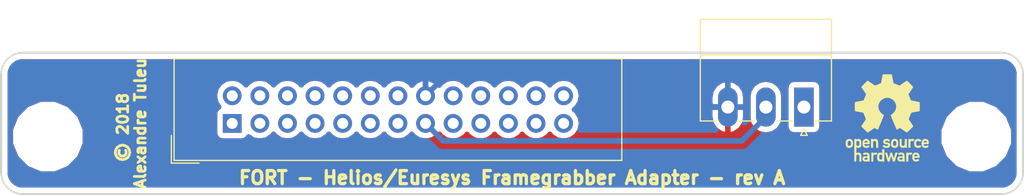
<source format=kicad_pcb>
(kicad_pcb (version 20171130) (host pcbnew 5.0.0+dfsg1-2~bpo9+1)

  (general
    (thickness 1.6)
    (drawings 10)
    (tracks 10)
    (zones 0)
    (modules 4)
    (nets 28)
  )

  (page A4)
  (layers
    (0 F.Cu signal)
    (31 B.Cu signal)
    (32 B.Adhes user)
    (33 F.Adhes user)
    (34 B.Paste user)
    (35 F.Paste user)
    (36 B.SilkS user)
    (37 F.SilkS user)
    (38 B.Mask user)
    (39 F.Mask user)
    (40 Dwgs.User user)
    (41 Cmts.User user)
    (42 Eco1.User user)
    (43 Eco2.User user)
    (44 Edge.Cuts user)
    (45 Margin user)
    (46 B.CrtYd user)
    (47 F.CrtYd user)
    (48 B.Fab user)
    (49 F.Fab user)
  )

  (setup
    (last_trace_width 0.5)
    (trace_clearance 0.5)
    (zone_clearance 0.508)
    (zone_45_only no)
    (trace_min 0.2)
    (segment_width 0.2)
    (edge_width 0.15)
    (via_size 0.75)
    (via_drill 0.3)
    (via_min_size 0.4)
    (via_min_drill 0.3)
    (uvia_size 0.75)
    (uvia_drill 0.3)
    (uvias_allowed no)
    (uvia_min_size 0.2)
    (uvia_min_drill 0.1)
    (pcb_text_width 0.3)
    (pcb_text_size 1.5 1.5)
    (mod_edge_width 0.15)
    (mod_text_size 1 1)
    (mod_text_width 0.15)
    (pad_size 3.2 3.2)
    (pad_drill 3.2)
    (pad_to_mask_clearance 0.2)
    (aux_axis_origin 0 0)
    (grid_origin 137.3026 73.7122)
    (visible_elements FFFFFF7F)
    (pcbplotparams
      (layerselection 0x010fc_ffffffff)
      (usegerberextensions true)
      (usegerberattributes false)
      (usegerberadvancedattributes false)
      (creategerberjobfile false)
      (excludeedgelayer true)
      (linewidth 0.100000)
      (plotframeref false)
      (viasonmask false)
      (mode 1)
      (useauxorigin false)
      (hpglpennumber 1)
      (hpglpenspeed 20)
      (hpglpendiameter 15.000000)
      (psnegative false)
      (psa4output false)
      (plotreference true)
      (plotvalue true)
      (plotinvisibletext false)
      (padsonsilk false)
      (subtractmaskfromsilk false)
      (outputformat 1)
      (mirror false)
      (drillshape 0)
      (scaleselection 1)
      (outputdirectory "output/"))
  )

  (net 0 "")
  (net 1 "Net-(J1-Pad1)")
  (net 2 "Net-(J1-Pad2)")
  (net 3 "Net-(J1-Pad3)")
  (net 4 "Net-(J1-Pad4)")
  (net 5 "Net-(J1-Pad5)")
  (net 6 "Net-(J1-Pad6)")
  (net 7 "Net-(J1-Pad7)")
  (net 8 "Net-(J1-Pad8)")
  (net 9 "Net-(J1-Pad9)")
  (net 10 "Net-(J1-Pad10)")
  (net 11 "Net-(J1-Pad11)")
  (net 12 "Net-(J1-Pad12)")
  (net 13 "Net-(J1-Pad13)")
  (net 14 "Net-(J1-Pad14)")
  (net 15 "Net-(J1-Pad17)")
  (net 16 "Net-(J1-Pad18)")
  (net 17 "Net-(J1-Pad19)")
  (net 18 "Net-(J1-Pad20)")
  (net 19 "Net-(J1-Pad21)")
  (net 20 "Net-(J1-Pad22)")
  (net 21 "Net-(J1-Pad23)")
  (net 22 "Net-(J1-Pad24)")
  (net 23 "Net-(J1-Pad25)")
  (net 24 "Net-(J1-Pad26)")
  (net 25 "Net-(J2-Pad1)")
  (net 26 /TRIGGER)
  (net 27 GND)

  (net_class Default "This is the default net class."
    (clearance 0.5)
    (trace_width 0.5)
    (via_dia 0.75)
    (via_drill 0.3)
    (uvia_dia 0.75)
    (uvia_drill 0.3)
    (add_net /TRIGGER)
    (add_net GND)
    (add_net "Net-(J1-Pad1)")
    (add_net "Net-(J1-Pad10)")
    (add_net "Net-(J1-Pad11)")
    (add_net "Net-(J1-Pad12)")
    (add_net "Net-(J1-Pad13)")
    (add_net "Net-(J1-Pad14)")
    (add_net "Net-(J1-Pad17)")
    (add_net "Net-(J1-Pad18)")
    (add_net "Net-(J1-Pad19)")
    (add_net "Net-(J1-Pad2)")
    (add_net "Net-(J1-Pad20)")
    (add_net "Net-(J1-Pad21)")
    (add_net "Net-(J1-Pad22)")
    (add_net "Net-(J1-Pad23)")
    (add_net "Net-(J1-Pad24)")
    (add_net "Net-(J1-Pad25)")
    (add_net "Net-(J1-Pad26)")
    (add_net "Net-(J1-Pad3)")
    (add_net "Net-(J1-Pad4)")
    (add_net "Net-(J1-Pad5)")
    (add_net "Net-(J1-Pad6)")
    (add_net "Net-(J1-Pad7)")
    (add_net "Net-(J1-Pad8)")
    (add_net "Net-(J1-Pad9)")
    (add_net "Net-(J2-Pad1)")
  )

  (module FORT:PCI-Bracket_Keystone_9203-2 (layer F.Cu) (tedit 5BC8520B) (tstamp 5BCD9856)
    (at 180 65)
    (fp_text reference REF** (at 0 0.5) (layer F.SilkS) hide
      (effects (font (size 1 1) (thickness 0.15)))
    )
    (fp_text value PCI-Bracket_Keystone_9203-2 (at 0 5.08) (layer F.Fab)
      (effects (font (size 1 1) (thickness 0.15)))
    )
    (fp_text user "RJ 45 Cut Out" (at 24.003 -0.762) (layer Cmts.User)
      (effects (font (size 1 1) (thickness 0.15)))
    )
    (fp_line (start 15.0876 0) (end 15.0876 1.27) (layer Cmts.User) (width 0.15))
    (fp_line (start 31.5976 0) (end 31.5976 1.27) (layer Cmts.User) (width 0.15))
    (fp_line (start 38.6334 0) (end 46.7614 0) (layer F.CrtYd) (width 0.15))
    (fp_line (start 46.7614 12.192) (end 46.7614 0) (layer F.CrtYd) (width 0.15))
    (fp_line (start 38.6334 12.192) (end 46.7614 12.192) (layer F.CrtYd) (width 0.15))
    (fp_line (start 38.6334 0) (end 38.6334 12.192) (layer F.CrtYd) (width 0.15))
    (fp_line (start -46.7614 0) (end -46.7614 12.192) (layer F.CrtYd) (width 0.15))
    (fp_line (start -46.7614 12.192) (end -38.6334 12.192) (layer F.CrtYd) (width 0.15))
    (fp_line (start -38.6334 12.192) (end -38.6334 0) (layer F.CrtYd) (width 0.15))
    (fp_line (start -46.7614 0) (end -38.6334 0) (layer F.CrtYd) (width 0.15))
    (fp_circle (center 42.6974 8.7122) (end 45.7474 8.7122) (layer B.CrtYd) (width 0.15))
    (fp_circle (center -42.6974 8.7122) (end -39.6474 8.7122) (layer B.CrtYd) (width 0.15))
    (pad "" np_thru_hole circle (at -42.6974 8.7122) (size 3.2 3.2) (drill 3.2) (layers *.Cu *.Mask)
      (clearance 1.6))
    (pad "" np_thru_hole circle (at 42.6974 8.7122) (size 3.2 3.2) (drill 3.2) (layers *.Cu *.Mask)
      (clearance 1.6))
    (model ${KIPRJMOD}/../../lib/fort.3dshapes/Keystone_9203-2.step
      (at (xyz 0 0 0))
      (scale (xyz 1 1 1))
      (rotate (xyz 0 0 0))
    )
  )

  (module Connector_IDC:IDC-Header_2x13_P2.54mm_Vertical (layer F.Cu) (tedit 5BC85051) (tstamp 5BC388C1)
    (at 154.26 72.5 90)
    (descr "Through hole straight IDC box header, 2x13, 2.54mm pitch, double rows")
    (tags "Through hole IDC box header THT 2x13 2.54mm double row")
    (path /5BC1DAAA)
    (fp_text reference J1 (at 1.27 -6.604 90) (layer F.SilkS) hide
      (effects (font (size 1 1) (thickness 0.15)))
    )
    (fp_text value "IDC 26" (at 1.27 37.084 90) (layer F.Fab)
      (effects (font (size 1 1) (thickness 0.15)))
    )
    (fp_text user %R (at 1.27 15.24 90) (layer F.Fab)
      (effects (font (size 1 1) (thickness 0.15)))
    )
    (fp_line (start 5.695 -5.1) (end 5.695 35.58) (layer F.Fab) (width 0.1))
    (fp_line (start 5.145 -4.56) (end 5.145 35.02) (layer F.Fab) (width 0.1))
    (fp_line (start -3.155 -5.1) (end -3.155 35.58) (layer F.Fab) (width 0.1))
    (fp_line (start -2.605 -4.56) (end -2.605 12.99) (layer F.Fab) (width 0.1))
    (fp_line (start -2.605 17.49) (end -2.605 35.02) (layer F.Fab) (width 0.1))
    (fp_line (start -2.605 12.99) (end -3.155 12.99) (layer F.Fab) (width 0.1))
    (fp_line (start -2.605 17.49) (end -3.155 17.49) (layer F.Fab) (width 0.1))
    (fp_line (start 5.695 -5.1) (end -3.155 -5.1) (layer F.Fab) (width 0.1))
    (fp_line (start 5.145 -4.56) (end -2.605 -4.56) (layer F.Fab) (width 0.1))
    (fp_line (start 5.695 35.58) (end -3.155 35.58) (layer F.Fab) (width 0.1))
    (fp_line (start 5.145 35.02) (end -2.605 35.02) (layer F.Fab) (width 0.1))
    (fp_line (start 5.695 -5.1) (end 5.145 -4.56) (layer F.Fab) (width 0.1))
    (fp_line (start 5.695 35.58) (end 5.145 35.02) (layer F.Fab) (width 0.1))
    (fp_line (start -3.155 -5.1) (end -2.605 -4.56) (layer F.Fab) (width 0.1))
    (fp_line (start -3.155 35.58) (end -2.605 35.02) (layer F.Fab) (width 0.1))
    (fp_line (start 5.95 -5.35) (end 5.95 35.83) (layer F.CrtYd) (width 0.05))
    (fp_line (start 5.95 35.83) (end -3.41 35.83) (layer F.CrtYd) (width 0.05))
    (fp_line (start -3.41 35.83) (end -3.41 -5.35) (layer F.CrtYd) (width 0.05))
    (fp_line (start -3.41 -5.35) (end 5.95 -5.35) (layer F.CrtYd) (width 0.05))
    (fp_line (start 5.945 -5.35) (end 5.945 35.83) (layer F.SilkS) (width 0.12))
    (fp_line (start 5.945 35.83) (end -3.405 35.83) (layer F.SilkS) (width 0.12))
    (fp_line (start -3.405 35.83) (end -3.405 -5.35) (layer F.SilkS) (width 0.12))
    (fp_line (start -3.405 -5.35) (end 5.945 -5.35) (layer F.SilkS) (width 0.12))
    (fp_line (start -3.655 -5.6) (end -3.655 -3.06) (layer F.SilkS) (width 0.12))
    (fp_line (start -3.655 -5.6) (end -1.115 -5.6) (layer F.SilkS) (width 0.12))
    (pad 1 thru_hole rect (at 0 0 90) (size 1.7272 1.7272) (drill 1.016) (layers *.Cu *.Mask)
      (net 1 "Net-(J1-Pad1)"))
    (pad 2 thru_hole oval (at 2.54 0 90) (size 1.7272 1.7272) (drill 1.016) (layers *.Cu *.Mask)
      (net 2 "Net-(J1-Pad2)"))
    (pad 3 thru_hole oval (at 0 2.54 90) (size 1.7272 1.7272) (drill 1.016) (layers *.Cu *.Mask)
      (net 3 "Net-(J1-Pad3)"))
    (pad 4 thru_hole oval (at 2.54 2.54 90) (size 1.7272 1.7272) (drill 1.016) (layers *.Cu *.Mask)
      (net 4 "Net-(J1-Pad4)"))
    (pad 5 thru_hole oval (at 0 5.08 90) (size 1.7272 1.7272) (drill 1.016) (layers *.Cu *.Mask)
      (net 5 "Net-(J1-Pad5)"))
    (pad 6 thru_hole oval (at 2.54 5.08 90) (size 1.7272 1.7272) (drill 1.016) (layers *.Cu *.Mask)
      (net 6 "Net-(J1-Pad6)"))
    (pad 7 thru_hole oval (at 0 7.62 90) (size 1.7272 1.7272) (drill 1.016) (layers *.Cu *.Mask)
      (net 7 "Net-(J1-Pad7)"))
    (pad 8 thru_hole oval (at 2.54 7.62 90) (size 1.7272 1.7272) (drill 1.016) (layers *.Cu *.Mask)
      (net 8 "Net-(J1-Pad8)"))
    (pad 9 thru_hole oval (at 0 10.16 90) (size 1.7272 1.7272) (drill 1.016) (layers *.Cu *.Mask)
      (net 9 "Net-(J1-Pad9)"))
    (pad 10 thru_hole oval (at 2.54 10.16 90) (size 1.7272 1.7272) (drill 1.016) (layers *.Cu *.Mask)
      (net 10 "Net-(J1-Pad10)"))
    (pad 11 thru_hole oval (at 0 12.7 90) (size 1.7272 1.7272) (drill 1.016) (layers *.Cu *.Mask)
      (net 11 "Net-(J1-Pad11)"))
    (pad 12 thru_hole oval (at 2.54 12.7 90) (size 1.7272 1.7272) (drill 1.016) (layers *.Cu *.Mask)
      (net 12 "Net-(J1-Pad12)"))
    (pad 13 thru_hole oval (at 0 15.24 90) (size 1.7272 1.7272) (drill 1.016) (layers *.Cu *.Mask)
      (net 13 "Net-(J1-Pad13)"))
    (pad 14 thru_hole oval (at 2.54 15.24 90) (size 1.7272 1.7272) (drill 1.016) (layers *.Cu *.Mask)
      (net 14 "Net-(J1-Pad14)"))
    (pad 15 thru_hole oval (at 0 17.78 90) (size 1.7272 1.7272) (drill 1.016) (layers *.Cu *.Mask)
      (net 26 /TRIGGER))
    (pad 16 thru_hole oval (at 2.54 17.78 90) (size 1.7272 1.7272) (drill 1.016) (layers *.Cu *.Mask)
      (net 27 GND))
    (pad 17 thru_hole oval (at 0 20.32 90) (size 1.7272 1.7272) (drill 1.016) (layers *.Cu *.Mask)
      (net 15 "Net-(J1-Pad17)"))
    (pad 18 thru_hole oval (at 2.54 20.32 90) (size 1.7272 1.7272) (drill 1.016) (layers *.Cu *.Mask)
      (net 16 "Net-(J1-Pad18)"))
    (pad 19 thru_hole oval (at 0 22.86 90) (size 1.7272 1.7272) (drill 1.016) (layers *.Cu *.Mask)
      (net 17 "Net-(J1-Pad19)"))
    (pad 20 thru_hole oval (at 2.54 22.86 90) (size 1.7272 1.7272) (drill 1.016) (layers *.Cu *.Mask)
      (net 18 "Net-(J1-Pad20)"))
    (pad 21 thru_hole oval (at 0 25.4 90) (size 1.7272 1.7272) (drill 1.016) (layers *.Cu *.Mask)
      (net 19 "Net-(J1-Pad21)"))
    (pad 22 thru_hole oval (at 2.54 25.4 90) (size 1.7272 1.7272) (drill 1.016) (layers *.Cu *.Mask)
      (net 20 "Net-(J1-Pad22)"))
    (pad 23 thru_hole oval (at 0 27.94 90) (size 1.7272 1.7272) (drill 1.016) (layers *.Cu *.Mask)
      (net 21 "Net-(J1-Pad23)"))
    (pad 24 thru_hole oval (at 2.54 27.94 90) (size 1.7272 1.7272) (drill 1.016) (layers *.Cu *.Mask)
      (net 22 "Net-(J1-Pad24)"))
    (pad 25 thru_hole oval (at 0 30.48 90) (size 1.7272 1.7272) (drill 1.016) (layers *.Cu *.Mask)
      (net 23 "Net-(J1-Pad25)"))
    (pad 26 thru_hole oval (at 2.54 30.48 90) (size 1.7272 1.7272) (drill 1.016) (layers *.Cu *.Mask)
      (net 24 "Net-(J1-Pad26)"))
    (model ${KISYS3DMOD}/Connector_IDC.3dshapes/IDC-Header_2x13_P2.54mm_Vertical.wrl
      (at (xyz 0 0 0))
      (scale (xyz 1 1 1))
      (rotate (xyz 0 0 0))
    )
  )

  (module Connector_Phoenix_MC:PhoenixContact_MC_1,5_3-G-3.5_1x03_P3.50mm_Horizontal (layer F.Cu) (tedit 5BC8505B) (tstamp 5BC388DE)
    (at 206.8426 71 180)
    (descr "Generic Phoenix Contact connector footprint for: MC_1,5/3-G-3.5; number of pins: 03; pin pitch: 3.50mm; Angled || order number: 1844223 8A 160V")
    (tags "phoenix_contact connector MC_01x03_G_3.5mm")
    (path /5BC1DBEB)
    (fp_text reference J2 (at 3.5 -2.8 180) (layer F.SilkS) hide
      (effects (font (size 1 1) (thickness 0.15)))
    )
    (fp_text value "MC 1,5/3-G-3.5" (at 3.5 9 180) (layer F.Fab)
      (effects (font (size 1 1) (thickness 0.15)))
    )
    (fp_line (start -2.53 -1.28) (end -2.53 8.08) (layer F.SilkS) (width 0.12))
    (fp_line (start -2.53 8.08) (end 9.53 8.08) (layer F.SilkS) (width 0.12))
    (fp_line (start 9.53 8.08) (end 9.53 -1.28) (layer F.SilkS) (width 0.12))
    (fp_line (start -2.53 -1.28) (end -1.05 -1.28) (layer F.SilkS) (width 0.12))
    (fp_line (start 9.53 -1.28) (end 8.05 -1.28) (layer F.SilkS) (width 0.12))
    (fp_line (start 1.05 -1.28) (end 2.45 -1.28) (layer F.SilkS) (width 0.12))
    (fp_line (start 4.55 -1.28) (end 5.95 -1.28) (layer F.SilkS) (width 0.12))
    (fp_line (start -2.45 -1.2) (end -2.45 8) (layer F.Fab) (width 0.1))
    (fp_line (start -2.45 8) (end 9.45 8) (layer F.Fab) (width 0.1))
    (fp_line (start 9.45 8) (end 9.45 -1.2) (layer F.Fab) (width 0.1))
    (fp_line (start 9.45 -1.2) (end -2.45 -1.2) (layer F.Fab) (width 0.1))
    (fp_line (start -2.53 4.8) (end 9.53 4.8) (layer F.SilkS) (width 0.12))
    (fp_line (start -3.03 -2.3) (end -3.03 8.5) (layer F.CrtYd) (width 0.05))
    (fp_line (start -3.03 8.5) (end 9.95 8.5) (layer F.CrtYd) (width 0.05))
    (fp_line (start 9.95 8.5) (end 9.95 -2.3) (layer F.CrtYd) (width 0.05))
    (fp_line (start 9.95 -2.3) (end -3.03 -2.3) (layer F.CrtYd) (width 0.05))
    (fp_line (start 0.3 -2.6) (end 0 -2) (layer F.SilkS) (width 0.12))
    (fp_line (start 0 -2) (end -0.3 -2.6) (layer F.SilkS) (width 0.12))
    (fp_line (start -0.3 -2.6) (end 0.3 -2.6) (layer F.SilkS) (width 0.12))
    (fp_line (start 0.8 -1.2) (end 0 0) (layer F.Fab) (width 0.1))
    (fp_line (start 0 0) (end -0.8 -1.2) (layer F.Fab) (width 0.1))
    (fp_text user %R (at 2.624999 -2.260001 180) (layer F.Fab)
      (effects (font (size 1 1) (thickness 0.15)))
    )
    (pad 1 thru_hole rect (at 0 0 180) (size 1.8 3.6) (drill 1.2) (layers *.Cu *.Mask)
      (net 25 "Net-(J2-Pad1)"))
    (pad 2 thru_hole oval (at 3.5 0 180) (size 1.8 3.6) (drill 1.2) (layers *.Cu *.Mask)
      (net 26 /TRIGGER))
    (pad 3 thru_hole oval (at 7 0 180) (size 1.8 3.6) (drill 1.2) (layers *.Cu *.Mask)
      (net 27 GND))
    (model ${KISYS3DMOD}/Connector_Phoenix_MC.3dshapes/PhoenixContact_MC_1,5_3-G-3.5_1x03_P3.50mm_Horizontal.wrl
      (at (xyz 0 0 0))
      (scale (xyz 1 1 1))
      (rotate (xyz 0 0 0))
    )
  )

  (module Symbol:OSHW-Logo_7.5x8mm_SilkScreen (layer F.Cu) (tedit 0) (tstamp 5BC86549)
    (at 214.5 72)
    (descr "Open Source Hardware Logo")
    (tags "Logo OSHW")
    (attr virtual)
    (fp_text reference REF** (at 0 0) (layer F.SilkS) hide
      (effects (font (size 1 1) (thickness 0.15)))
    )
    (fp_text value OSHW-Logo_7.5x8mm_SilkScreen (at 0.75 0) (layer F.Fab) hide
      (effects (font (size 1 1) (thickness 0.15)))
    )
    (fp_poly (pts (xy 0.500964 -3.601424) (xy 0.576513 -3.200678) (xy 1.134041 -2.970846) (xy 1.468465 -3.198252)
      (xy 1.562122 -3.261569) (xy 1.646782 -3.318104) (xy 1.718495 -3.365273) (xy 1.773311 -3.400498)
      (xy 1.80728 -3.421195) (xy 1.81653 -3.425658) (xy 1.833195 -3.41418) (xy 1.868806 -3.382449)
      (xy 1.919371 -3.334517) (xy 1.9809 -3.274438) (xy 2.049399 -3.206267) (xy 2.120879 -3.134055)
      (xy 2.191347 -3.061858) (xy 2.256811 -2.993727) (xy 2.31328 -2.933717) (xy 2.356763 -2.885881)
      (xy 2.383268 -2.854273) (xy 2.389605 -2.843695) (xy 2.380486 -2.824194) (xy 2.35492 -2.781469)
      (xy 2.315597 -2.719702) (xy 2.265203 -2.643069) (xy 2.206427 -2.555752) (xy 2.172368 -2.505948)
      (xy 2.110289 -2.415007) (xy 2.055126 -2.332941) (xy 2.009554 -2.263837) (xy 1.97625 -2.211778)
      (xy 1.95789 -2.18085) (xy 1.955131 -2.17435) (xy 1.961385 -2.155879) (xy 1.978434 -2.112828)
      (xy 2.003703 -2.051251) (xy 2.034622 -1.977201) (xy 2.068618 -1.89673) (xy 2.103118 -1.815893)
      (xy 2.135551 -1.740742) (xy 2.163343 -1.677329) (xy 2.183923 -1.631707) (xy 2.194719 -1.609931)
      (xy 2.195356 -1.609074) (xy 2.212307 -1.604916) (xy 2.257451 -1.595639) (xy 2.32611 -1.582156)
      (xy 2.413602 -1.565379) (xy 2.51525 -1.546219) (xy 2.574556 -1.53517) (xy 2.683172 -1.51449)
      (xy 2.781277 -1.494811) (xy 2.863909 -1.477211) (xy 2.926104 -1.462767) (xy 2.962899 -1.452554)
      (xy 2.970296 -1.449314) (xy 2.97754 -1.427383) (xy 2.983385 -1.377853) (xy 2.987835 -1.306515)
      (xy 2.990893 -1.219161) (xy 2.992565 -1.121583) (xy 2.992853 -1.019574) (xy 2.991761 -0.918925)
      (xy 2.989294 -0.825428) (xy 2.985456 -0.744875) (xy 2.98025 -0.683058) (xy 2.973681 -0.64577)
      (xy 2.969741 -0.638007) (xy 2.946188 -0.628702) (xy 2.896282 -0.6154) (xy 2.826623 -0.599663)
      (xy 2.743813 -0.583054) (xy 2.714905 -0.577681) (xy 2.575531 -0.552152) (xy 2.465436 -0.531592)
      (xy 2.380982 -0.515185) (xy 2.31853 -0.502113) (xy 2.274444 -0.491559) (xy 2.245085 -0.482706)
      (xy 2.226815 -0.474737) (xy 2.215998 -0.466835) (xy 2.214485 -0.465273) (xy 2.199377 -0.440114)
      (xy 2.176329 -0.39115) (xy 2.147644 -0.324379) (xy 2.115622 -0.245795) (xy 2.082565 -0.161393)
      (xy 2.050773 -0.07717) (xy 2.022549 0.000879) (xy 2.000193 0.066759) (xy 1.986007 0.114473)
      (xy 1.982293 0.138027) (xy 1.982602 0.138852) (xy 1.995189 0.158104) (xy 2.023744 0.200463)
      (xy 2.065267 0.261521) (xy 2.116756 0.336868) (xy 2.175211 0.422096) (xy 2.191858 0.446315)
      (xy 2.251215 0.534123) (xy 2.303447 0.614238) (xy 2.345708 0.682062) (xy 2.375153 0.732993)
      (xy 2.388937 0.762431) (xy 2.389605 0.766048) (xy 2.378024 0.785057) (xy 2.346024 0.822714)
      (xy 2.297718 0.874973) (xy 2.23722 0.937786) (xy 2.168644 1.007106) (xy 2.096104 1.078885)
      (xy 2.023712 1.149077) (xy 1.955584 1.213635) (xy 1.895832 1.26851) (xy 1.848571 1.309656)
      (xy 1.817913 1.333026) (xy 1.809432 1.336842) (xy 1.789691 1.327855) (xy 1.749274 1.303616)
      (xy 1.694763 1.268209) (xy 1.652823 1.239711) (xy 1.576829 1.187418) (xy 1.486834 1.125845)
      (xy 1.396564 1.06437) (xy 1.348032 1.031469) (xy 1.183762 0.920359) (xy 1.045869 0.994916)
      (xy 0.983049 1.027578) (xy 0.929629 1.052966) (xy 0.893484 1.067446) (xy 0.884284 1.06946)
      (xy 0.873221 1.054584) (xy 0.851394 1.012547) (xy 0.820434 0.947227) (xy 0.78197 0.8625)
      (xy 0.737632 0.762245) (xy 0.689047 0.650339) (xy 0.637846 0.530659) (xy 0.585659 0.407084)
      (xy 0.534113 0.283491) (xy 0.48484 0.163757) (xy 0.439467 0.051759) (xy 0.399625 -0.048623)
      (xy 0.366942 -0.133514) (xy 0.343049 -0.199035) (xy 0.329574 -0.24131) (xy 0.327406 -0.255828)
      (xy 0.344583 -0.274347) (xy 0.38219 -0.30441) (xy 0.432366 -0.339768) (xy 0.436578 -0.342566)
      (xy 0.566264 -0.446375) (xy 0.670834 -0.567485) (xy 0.749381 -0.702024) (xy 0.800999 -0.846118)
      (xy 0.824782 -0.995895) (xy 0.819823 -1.147483) (xy 0.785217 -1.297008) (xy 0.720057 -1.4406)
      (xy 0.700886 -1.472016) (xy 0.601174 -1.598875) (xy 0.483377 -1.700745) (xy 0.351571 -1.777096)
      (xy 0.209833 -1.827398) (xy 0.062242 -1.851121) (xy -0.087127 -1.847735) (xy -0.234197 -1.816712)
      (xy -0.374889 -1.75752) (xy -0.505127 -1.669631) (xy -0.545414 -1.633958) (xy -0.647945 -1.522294)
      (xy -0.722659 -1.404743) (xy -0.77391 -1.27298) (xy -0.802454 -1.142493) (xy -0.8095 -0.995784)
      (xy -0.786004 -0.848347) (xy -0.734351 -0.705166) (xy -0.656929 -0.571223) (xy -0.556125 -0.451502)
      (xy -0.434324 -0.350986) (xy -0.418316 -0.340391) (xy -0.367602 -0.305694) (xy -0.32905 -0.27563)
      (xy -0.310619 -0.256435) (xy -0.310351 -0.255828) (xy -0.314308 -0.235064) (xy -0.329993 -0.187938)
      (xy -0.355778 -0.118327) (xy -0.390031 -0.030107) (xy -0.431123 0.072844) (xy -0.477424 0.18665)
      (xy -0.527304 0.307435) (xy -0.579133 0.431321) (xy -0.631281 0.554432) (xy -0.682118 0.672891)
      (xy -0.730013 0.782823) (xy -0.773338 0.880349) (xy -0.810462 0.961593) (xy -0.839756 1.022679)
      (xy -0.859588 1.05973) (xy -0.867574 1.06946) (xy -0.891979 1.061883) (xy -0.937642 1.04156)
      (xy -0.99669 1.012125) (xy -1.02916 0.994916) (xy -1.167053 0.920359) (xy -1.331323 1.031469)
      (xy -1.415179 1.08839) (xy -1.506987 1.15103) (xy -1.59302 1.210011) (xy -1.636113 1.239711)
      (xy -1.696723 1.28041) (xy -1.748045 1.312663) (xy -1.783385 1.332384) (xy -1.794863 1.336554)
      (xy -1.81157 1.325307) (xy -1.848546 1.293911) (xy -1.902205 1.245624) (xy -1.968962 1.183708)
      (xy -2.045234 1.111421) (xy -2.093473 1.065008) (xy -2.177867 0.982087) (xy -2.250803 0.90792)
      (xy -2.309331 0.84568) (xy -2.350503 0.798541) (xy -2.371372 0.769673) (xy -2.373374 0.763815)
      (xy -2.364083 0.741532) (xy -2.338409 0.696477) (xy -2.2992 0.633211) (xy -2.249303 0.556295)
      (xy -2.191567 0.470292) (xy -2.175149 0.446315) (xy -2.115323 0.35917) (xy -2.06165 0.28071)
      (xy -2.01713 0.215345) (xy -1.984765 0.167484) (xy -1.967555 0.141535) (xy -1.965893 0.138852)
      (xy -1.968379 0.118172) (xy -1.981577 0.072704) (xy -2.003186 0.008444) (xy -2.030904 -0.068613)
      (xy -2.06243 -0.152471) (xy -2.095463 -0.237134) (xy -2.127701 -0.316608) (xy -2.156843 -0.384896)
      (xy -2.180588 -0.436003) (xy -2.196635 -0.463933) (xy -2.197775 -0.465273) (xy -2.207588 -0.473255)
      (xy -2.224161 -0.481149) (xy -2.251132 -0.489771) (xy -2.292139 -0.499938) (xy -2.35082 -0.512469)
      (xy -2.430813 -0.528179) (xy -2.535755 -0.547887) (xy -2.669285 -0.572408) (xy -2.698196 -0.577681)
      (xy -2.783882 -0.594236) (xy -2.858582 -0.610431) (xy -2.915694 -0.624704) (xy -2.948617 -0.635492)
      (xy -2.953031 -0.638007) (xy -2.960306 -0.660304) (xy -2.966219 -0.710131) (xy -2.970766 -0.781696)
      (xy -2.973945 -0.869207) (xy -2.975749 -0.966872) (xy -2.976177 -1.068899) (xy -2.975223 -1.169497)
      (xy -2.972884 -1.262873) (xy -2.969156 -1.343235) (xy -2.964034 -1.404791) (xy -2.957516 -1.44175)
      (xy -2.953586 -1.449314) (xy -2.931708 -1.456944) (xy -2.881891 -1.469358) (xy -2.809097 -1.485478)
      (xy -2.718289 -1.504227) (xy -2.614431 -1.524529) (xy -2.557846 -1.53517) (xy -2.450486 -1.55524)
      (xy -2.354746 -1.57342) (xy -2.275306 -1.588801) (xy -2.216846 -1.600469) (xy -2.184045 -1.607512)
      (xy -2.178646 -1.609074) (xy -2.169522 -1.626678) (xy -2.150235 -1.669082) (xy -2.123355 -1.730228)
      (xy -2.091454 -1.804057) (xy -2.057102 -1.884511) (xy -2.022871 -1.965532) (xy -1.991331 -2.041063)
      (xy -1.965054 -2.105045) (xy -1.946611 -2.15142) (xy -1.938571 -2.174131) (xy -1.938422 -2.175124)
      (xy -1.947535 -2.193039) (xy -1.973086 -2.234267) (xy -2.012388 -2.294709) (xy -2.062757 -2.370269)
      (xy -2.121506 -2.456848) (xy -2.155658 -2.506579) (xy -2.21789 -2.597764) (xy -2.273164 -2.680551)
      (xy -2.318782 -2.750751) (xy -2.352048 -2.804176) (xy -2.370264 -2.836639) (xy -2.372895 -2.843917)
      (xy -2.361586 -2.860855) (xy -2.330319 -2.897022) (xy -2.28309 -2.948365) (xy -2.223892 -3.010833)
      (xy -2.156719 -3.080374) (xy -2.085566 -3.152935) (xy -2.014426 -3.224465) (xy -1.947293 -3.290913)
      (xy -1.888161 -3.348226) (xy -1.841025 -3.392353) (xy -1.809877 -3.419241) (xy -1.799457 -3.425658)
      (xy -1.782491 -3.416635) (xy -1.741911 -3.391285) (xy -1.681663 -3.35219) (xy -1.605693 -3.301929)
      (xy -1.517946 -3.243083) (xy -1.451756 -3.198252) (xy -1.117332 -2.970846) (xy -0.838567 -3.085762)
      (xy -0.559803 -3.200678) (xy -0.484254 -3.601424) (xy -0.408706 -4.002171) (xy 0.425415 -4.002171)
      (xy 0.500964 -3.601424)) (layer F.SilkS) (width 0.01))
    (fp_poly (pts (xy 2.391388 1.937645) (xy 2.448865 1.955206) (xy 2.485872 1.977395) (xy 2.497927 1.994942)
      (xy 2.494609 2.015742) (xy 2.473079 2.048419) (xy 2.454874 2.071562) (xy 2.417344 2.113402)
      (xy 2.389148 2.131005) (xy 2.365111 2.129856) (xy 2.293808 2.11171) (xy 2.241442 2.112534)
      (xy 2.198918 2.133098) (xy 2.184642 2.145134) (xy 2.138947 2.187483) (xy 2.138947 2.740526)
      (xy 1.955131 2.740526) (xy 1.955131 1.938421) (xy 2.047039 1.938421) (xy 2.102219 1.940603)
      (xy 2.130688 1.948351) (xy 2.138943 1.963468) (xy 2.138947 1.963916) (xy 2.142845 1.979749)
      (xy 2.160474 1.977684) (xy 2.184901 1.966261) (xy 2.23535 1.945005) (xy 2.276316 1.932216)
      (xy 2.329028 1.928938) (xy 2.391388 1.937645)) (layer F.SilkS) (width 0.01))
    (fp_poly (pts (xy -1.002043 1.952226) (xy -0.960454 1.97209) (xy -0.920175 2.000784) (xy -0.88949 2.033809)
      (xy -0.867139 2.075931) (xy -0.851864 2.131915) (xy -0.842408 2.206528) (xy -0.837513 2.304535)
      (xy -0.835919 2.430702) (xy -0.835894 2.443914) (xy -0.835527 2.740526) (xy -1.019343 2.740526)
      (xy -1.019343 2.467081) (xy -1.019473 2.365777) (xy -1.020379 2.292353) (xy -1.022827 2.241271)
      (xy -1.027586 2.20699) (xy -1.035426 2.183971) (xy -1.047115 2.166673) (xy -1.063398 2.149581)
      (xy -1.120366 2.112857) (xy -1.182555 2.106042) (xy -1.241801 2.129261) (xy -1.262405 2.146543)
      (xy -1.27753 2.162791) (xy -1.28839 2.180191) (xy -1.29569 2.204212) (xy -1.300137 2.240322)
      (xy -1.302436 2.293988) (xy -1.303296 2.37068) (xy -1.303422 2.464043) (xy -1.303422 2.740526)
      (xy -1.487237 2.740526) (xy -1.487237 1.938421) (xy -1.395329 1.938421) (xy -1.340149 1.940603)
      (xy -1.31168 1.948351) (xy -1.303425 1.963468) (xy -1.303422 1.963916) (xy -1.299592 1.97872)
      (xy -1.282699 1.97704) (xy -1.249112 1.960773) (xy -1.172937 1.93684) (xy -1.0858 1.934178)
      (xy -1.002043 1.952226)) (layer F.SilkS) (width 0.01))
    (fp_poly (pts (xy 3.558784 1.935554) (xy 3.601574 1.945949) (xy 3.683609 1.984013) (xy 3.753757 2.042149)
      (xy 3.802305 2.111852) (xy 3.808975 2.127502) (xy 3.818124 2.168496) (xy 3.824529 2.229138)
      (xy 3.82671 2.29043) (xy 3.82671 2.406316) (xy 3.584407 2.406316) (xy 3.484471 2.406693)
      (xy 3.414069 2.408987) (xy 3.369313 2.414938) (xy 3.346315 2.426285) (xy 3.341189 2.444771)
      (xy 3.350048 2.472136) (xy 3.365917 2.504155) (xy 3.410184 2.557592) (xy 3.471699 2.584215)
      (xy 3.546885 2.583347) (xy 3.632053 2.554371) (xy 3.705659 2.518611) (xy 3.766734 2.566904)
      (xy 3.82781 2.615197) (xy 3.770351 2.668285) (xy 3.693641 2.718445) (xy 3.599302 2.748688)
      (xy 3.497827 2.757151) (xy 3.399711 2.741974) (xy 3.383881 2.736824) (xy 3.297647 2.691791)
      (xy 3.233501 2.624652) (xy 3.190091 2.533405) (xy 3.166064 2.416044) (xy 3.165784 2.413529)
      (xy 3.163633 2.285627) (xy 3.172329 2.239997) (xy 3.342105 2.239997) (xy 3.357697 2.247013)
      (xy 3.400029 2.252388) (xy 3.462434 2.255457) (xy 3.501981 2.255921) (xy 3.575728 2.25563)
      (xy 3.62184 2.253783) (xy 3.6461 2.248912) (xy 3.654294 2.239555) (xy 3.652206 2.224245)
      (xy 3.650455 2.218322) (xy 3.62056 2.162668) (xy 3.573542 2.117815) (xy 3.532049 2.098105)
      (xy 3.476926 2.099295) (xy 3.421068 2.123875) (xy 3.374212 2.16457) (xy 3.346094 2.214108)
      (xy 3.342105 2.239997) (xy 3.172329 2.239997) (xy 3.185074 2.173133) (xy 3.227611 2.078727)
      (xy 3.288747 2.005088) (xy 3.365985 1.954893) (xy 3.45683 1.930822) (xy 3.558784 1.935554)) (layer F.SilkS) (width 0.01))
    (fp_poly (pts (xy 2.946576 1.945419) (xy 3.043395 1.986549) (xy 3.07389 2.006571) (xy 3.112865 2.03734)
      (xy 3.137331 2.061533) (xy 3.141578 2.069413) (xy 3.129584 2.086899) (xy 3.098887 2.11657)
      (xy 3.074312 2.137279) (xy 3.007046 2.191336) (xy 2.95393 2.146642) (xy 2.912884 2.117789)
      (xy 2.872863 2.107829) (xy 2.827059 2.110261) (xy 2.754324 2.128345) (xy 2.704256 2.165881)
      (xy 2.673829 2.226562) (xy 2.660017 2.314081) (xy 2.660013 2.314136) (xy 2.661208 2.411958)
      (xy 2.679772 2.48373) (xy 2.716804 2.532595) (xy 2.74205 2.549143) (xy 2.809097 2.569749)
      (xy 2.880709 2.569762) (xy 2.943015 2.549768) (xy 2.957763 2.54) (xy 2.99475 2.515047)
      (xy 3.023668 2.510958) (xy 3.054856 2.52953) (xy 3.089336 2.562887) (xy 3.143912 2.619196)
      (xy 3.083318 2.669142) (xy 2.989698 2.725513) (xy 2.884125 2.753293) (xy 2.773798 2.751282)
      (xy 2.701343 2.732862) (xy 2.616656 2.68731) (xy 2.548927 2.61565) (xy 2.518157 2.565066)
      (xy 2.493236 2.492488) (xy 2.480766 2.400569) (xy 2.48067 2.300948) (xy 2.49287 2.205267)
      (xy 2.51729 2.125169) (xy 2.521136 2.116956) (xy 2.578093 2.036413) (xy 2.655209 1.977771)
      (xy 2.74639 1.942247) (xy 2.845543 1.931057) (xy 2.946576 1.945419)) (layer F.SilkS) (width 0.01))
    (fp_poly (pts (xy 1.320131 2.198533) (xy 1.32171 2.321089) (xy 1.327481 2.414179) (xy 1.338991 2.481651)
      (xy 1.35779 2.527355) (xy 1.385426 2.555139) (xy 1.423448 2.568854) (xy 1.470526 2.572358)
      (xy 1.519832 2.568432) (xy 1.557283 2.554089) (xy 1.584428 2.525478) (xy 1.602815 2.478751)
      (xy 1.613993 2.410058) (xy 1.619511 2.31555) (xy 1.620921 2.198533) (xy 1.620921 1.938421)
      (xy 1.804736 1.938421) (xy 1.804736 2.740526) (xy 1.712828 2.740526) (xy 1.657422 2.738281)
      (xy 1.628891 2.730396) (xy 1.620921 2.715428) (xy 1.61612 2.702097) (xy 1.597014 2.704917)
      (xy 1.558504 2.723783) (xy 1.470239 2.752887) (xy 1.376623 2.750825) (xy 1.286921 2.719221)
      (xy 1.244204 2.694257) (xy 1.211621 2.667226) (xy 1.187817 2.633405) (xy 1.171439 2.588068)
      (xy 1.161131 2.526489) (xy 1.155541 2.443943) (xy 1.153312 2.335705) (xy 1.153026 2.252004)
      (xy 1.153026 1.938421) (xy 1.320131 1.938421) (xy 1.320131 2.198533)) (layer F.SilkS) (width 0.01))
    (fp_poly (pts (xy 0.811669 1.94831) (xy 0.896192 1.99434) (xy 0.962321 2.067006) (xy 0.993478 2.126106)
      (xy 1.006855 2.178305) (xy 1.015522 2.252719) (xy 1.019237 2.338442) (xy 1.017754 2.424569)
      (xy 1.010831 2.500193) (xy 1.002745 2.540584) (xy 0.975465 2.59584) (xy 0.92822 2.65453)
      (xy 0.871282 2.705852) (xy 0.814924 2.739005) (xy 0.81355 2.739531) (xy 0.743616 2.754018)
      (xy 0.660737 2.754377) (xy 0.581977 2.741188) (xy 0.551566 2.730617) (xy 0.473239 2.686201)
      (xy 0.417143 2.628007) (xy 0.380286 2.550965) (xy 0.35968 2.450001) (xy 0.355018 2.397116)
      (xy 0.355613 2.330663) (xy 0.534736 2.330663) (xy 0.54077 2.42763) (xy 0.558138 2.501523)
      (xy 0.58574 2.548736) (xy 0.605404 2.562237) (xy 0.655787 2.571651) (xy 0.715673 2.568864)
      (xy 0.767449 2.555316) (xy 0.781027 2.547862) (xy 0.816849 2.504451) (xy 0.840493 2.438014)
      (xy 0.850558 2.357161) (xy 0.845642 2.270502) (xy 0.834655 2.218349) (xy 0.803109 2.157951)
      (xy 0.753311 2.120197) (xy 0.693337 2.107143) (xy 0.631264 2.120849) (xy 0.583582 2.154372)
      (xy 0.558525 2.182031) (xy 0.5439 2.209294) (xy 0.536929 2.24619) (xy 0.534833 2.30275)
      (xy 0.534736 2.330663) (xy 0.355613 2.330663) (xy 0.356282 2.255994) (xy 0.379265 2.140271)
      (xy 0.423972 2.049941) (xy 0.490405 1.985) (xy 0.578565 1.945445) (xy 0.597495 1.940858)
      (xy 0.711266 1.93009) (xy 0.811669 1.94831)) (layer F.SilkS) (width 0.01))
    (fp_poly (pts (xy 0.018628 1.935547) (xy 0.081908 1.947548) (xy 0.147557 1.972648) (xy 0.154572 1.975848)
      (xy 0.204356 2.002026) (xy 0.238834 2.026353) (xy 0.249978 2.041937) (xy 0.239366 2.067353)
      (xy 0.213588 2.104853) (xy 0.202146 2.118852) (xy 0.154992 2.173954) (xy 0.094201 2.138086)
      (xy 0.036347 2.114192) (xy -0.0305 2.10142) (xy -0.094606 2.100613) (xy -0.144236 2.112615)
      (xy -0.156146 2.120105) (xy -0.178828 2.15445) (xy -0.181584 2.194013) (xy -0.164612 2.22492)
      (xy -0.154573 2.230913) (xy -0.12449 2.238357) (xy -0.071611 2.247106) (xy -0.006425 2.255467)
      (xy 0.0056 2.256778) (xy 0.110297 2.274888) (xy 0.186232 2.305651) (xy 0.236592 2.351907)
      (xy 0.264564 2.416497) (xy 0.273278 2.495387) (xy 0.26124 2.585065) (xy 0.222151 2.655486)
      (xy 0.155855 2.706777) (xy 0.062194 2.739067) (xy -0.041777 2.751807) (xy -0.126562 2.751654)
      (xy -0.195335 2.740083) (xy -0.242303 2.724109) (xy -0.30165 2.696275) (xy -0.356494 2.663973)
      (xy -0.375987 2.649755) (xy -0.426119 2.608835) (xy -0.305197 2.486477) (xy -0.236457 2.531967)
      (xy -0.167512 2.566133) (xy -0.093889 2.584004) (xy -0.023117 2.585889) (xy 0.037274 2.572101)
      (xy 0.079757 2.542949) (xy 0.093474 2.518352) (xy 0.091417 2.478904) (xy 0.05733 2.448737)
      (xy -0.008692 2.427906) (xy -0.081026 2.418279) (xy -0.192348 2.39991) (xy -0.275048 2.365254)
      (xy -0.330235 2.313297) (xy -0.359012 2.243023) (xy -0.362999 2.159707) (xy -0.343307 2.072681)
      (xy -0.298411 2.006902) (xy -0.227909 1.962068) (xy -0.131399 1.937879) (xy -0.0599 1.933137)
      (xy 0.018628 1.935547)) (layer F.SilkS) (width 0.01))
    (fp_poly (pts (xy -1.802982 1.957027) (xy -1.78633 1.964866) (xy -1.728695 2.007086) (xy -1.674195 2.0687)
      (xy -1.633501 2.136543) (xy -1.621926 2.167734) (xy -1.611366 2.223449) (xy -1.605069 2.290781)
      (xy -1.604304 2.318585) (xy -1.604211 2.406316) (xy -2.10915 2.406316) (xy -2.098387 2.45227)
      (xy -2.071967 2.50662) (xy -2.025778 2.553591) (xy -1.970828 2.583848) (xy -1.935811 2.590131)
      (xy -1.888323 2.582506) (xy -1.831665 2.563383) (xy -1.812418 2.554584) (xy -1.741241 2.519036)
      (xy -1.680498 2.565367) (xy -1.645448 2.596703) (xy -1.626798 2.622567) (xy -1.625853 2.630158)
      (xy -1.642515 2.648556) (xy -1.67903 2.676515) (xy -1.712172 2.698327) (xy -1.801607 2.737537)
      (xy -1.901871 2.755285) (xy -2.001246 2.75067) (xy -2.080461 2.726551) (xy -2.16212 2.674884)
      (xy -2.220151 2.606856) (xy -2.256454 2.518843) (xy -2.272928 2.407216) (xy -2.274389 2.356138)
      (xy -2.268543 2.239091) (xy -2.267825 2.235686) (xy -2.100511 2.235686) (xy -2.095903 2.246662)
      (xy -2.076964 2.252715) (xy -2.037902 2.25531) (xy -1.972923 2.25591) (xy -1.947903 2.255921)
      (xy -1.871779 2.255014) (xy -1.823504 2.25172) (xy -1.79754 2.245181) (xy -1.788352 2.234537)
      (xy -1.788027 2.231119) (xy -1.798513 2.203956) (xy -1.824758 2.165903) (xy -1.836041 2.152579)
      (xy -1.877928 2.114896) (xy -1.921591 2.10008) (xy -1.945115 2.098842) (xy -2.008757 2.114329)
      (xy -2.062127 2.15593) (xy -2.095981 2.216353) (xy -2.096581 2.218322) (xy -2.100511 2.235686)
      (xy -2.267825 2.235686) (xy -2.249101 2.146928) (xy -2.214078 2.07319) (xy -2.171244 2.020848)
      (xy -2.092052 1.964092) (xy -1.99896 1.933762) (xy -1.899945 1.931021) (xy -1.802982 1.957027)) (layer F.SilkS) (width 0.01))
    (fp_poly (pts (xy -3.373216 1.947104) (xy -3.285795 1.985754) (xy -3.21943 2.05029) (xy -3.174024 2.140812)
      (xy -3.149482 2.257418) (xy -3.147723 2.275624) (xy -3.146344 2.403984) (xy -3.164216 2.516496)
      (xy -3.20025 2.607688) (xy -3.219545 2.637022) (xy -3.286755 2.699106) (xy -3.37235 2.739316)
      (xy -3.46811 2.756003) (xy -3.565813 2.747517) (xy -3.640083 2.72138) (xy -3.703953 2.677335)
      (xy -3.756154 2.619587) (xy -3.757057 2.618236) (xy -3.778256 2.582593) (xy -3.792033 2.546752)
      (xy -3.800376 2.501519) (xy -3.805273 2.437701) (xy -3.807431 2.385368) (xy -3.808329 2.33791)
      (xy -3.641257 2.33791) (xy -3.639624 2.385154) (xy -3.633696 2.448046) (xy -3.623239 2.488407)
      (xy -3.604381 2.517122) (xy -3.586719 2.533896) (xy -3.524106 2.569016) (xy -3.458592 2.57371)
      (xy -3.397579 2.54844) (xy -3.367072 2.520124) (xy -3.345089 2.491589) (xy -3.332231 2.464284)
      (xy -3.326588 2.42875) (xy -3.326249 2.375524) (xy -3.327988 2.326506) (xy -3.331729 2.256482)
      (xy -3.337659 2.211064) (xy -3.348347 2.18144) (xy -3.366361 2.158797) (xy -3.380637 2.145855)
      (xy -3.440349 2.11186) (xy -3.504766 2.110165) (xy -3.558781 2.130301) (xy -3.60486 2.172352)
      (xy -3.632311 2.241428) (xy -3.641257 2.33791) (xy -3.808329 2.33791) (xy -3.809401 2.281299)
      (xy -3.806036 2.203468) (xy -3.795955 2.14493) (xy -3.777774 2.098737) (xy -3.75011 2.057942)
      (xy -3.739854 2.045828) (xy -3.675722 1.985474) (xy -3.606934 1.95022) (xy -3.522811 1.93545)
      (xy -3.481791 1.934243) (xy -3.373216 1.947104)) (layer F.SilkS) (width 0.01))
    (fp_poly (pts (xy 2.701193 3.196078) (xy 2.781068 3.216845) (xy 2.847962 3.259705) (xy 2.880351 3.291723)
      (xy 2.933445 3.367413) (xy 2.963873 3.455216) (xy 2.974327 3.56315) (xy 2.97438 3.571875)
      (xy 2.974473 3.659605) (xy 2.469534 3.659605) (xy 2.480298 3.705559) (xy 2.499732 3.747178)
      (xy 2.533745 3.790544) (xy 2.54086 3.797467) (xy 2.602003 3.834935) (xy 2.671729 3.841289)
      (xy 2.751987 3.816638) (xy 2.765592 3.81) (xy 2.807319 3.789819) (xy 2.835268 3.778321)
      (xy 2.840145 3.777258) (xy 2.857168 3.787583) (xy 2.889633 3.812845) (xy 2.906114 3.82665)
      (xy 2.940264 3.858361) (xy 2.951478 3.879299) (xy 2.943695 3.89856) (xy 2.939535 3.903827)
      (xy 2.911357 3.926878) (xy 2.864862 3.954892) (xy 2.832434 3.971246) (xy 2.740385 4.000059)
      (xy 2.638476 4.009395) (xy 2.541963 3.998332) (xy 2.514934 3.990412) (xy 2.431276 3.945581)
      (xy 2.369266 3.876598) (xy 2.328545 3.782794) (xy 2.308755 3.663498) (xy 2.306582 3.601118)
      (xy 2.312926 3.510298) (xy 2.473157 3.510298) (xy 2.488655 3.517012) (xy 2.530312 3.52228)
      (xy 2.590876 3.525389) (xy 2.631907 3.525921) (xy 2.705711 3.525408) (xy 2.752293 3.523006)
      (xy 2.777848 3.517422) (xy 2.788569 3.507361) (xy 2.790657 3.492763) (xy 2.776331 3.447796)
      (xy 2.740262 3.403353) (xy 2.692815 3.369242) (xy 2.645349 3.355288) (xy 2.580879 3.367666)
      (xy 2.52507 3.403452) (xy 2.486374 3.455033) (xy 2.473157 3.510298) (xy 2.312926 3.510298)
      (xy 2.315821 3.468866) (xy 2.344336 3.363498) (xy 2.392729 3.284178) (xy 2.461604 3.230071)
      (xy 2.551565 3.200343) (xy 2.6003 3.194618) (xy 2.701193 3.196078)) (layer F.SilkS) (width 0.01))
    (fp_poly (pts (xy 2.173167 3.191447) (xy 2.237408 3.204112) (xy 2.27398 3.222864) (xy 2.312453 3.254017)
      (xy 2.257717 3.323127) (xy 2.223969 3.364979) (xy 2.201053 3.385398) (xy 2.178279 3.388517)
      (xy 2.144956 3.378472) (xy 2.129314 3.372789) (xy 2.065542 3.364404) (xy 2.00714 3.382378)
      (xy 1.964264 3.422982) (xy 1.957299 3.435929) (xy 1.949713 3.470224) (xy 1.943859 3.533427)
      (xy 1.940011 3.62106) (xy 1.938443 3.72864) (xy 1.938421 3.743944) (xy 1.938421 4.010526)
      (xy 1.754605 4.010526) (xy 1.754605 3.19171) (xy 1.846513 3.19171) (xy 1.899507 3.193094)
      (xy 1.927115 3.199252) (xy 1.937324 3.213194) (xy 1.938421 3.226344) (xy 1.938421 3.260978)
      (xy 1.98245 3.226344) (xy 2.032937 3.202716) (xy 2.10076 3.191033) (xy 2.173167 3.191447)) (layer F.SilkS) (width 0.01))
    (fp_poly (pts (xy 1.379992 3.196673) (xy 1.450427 3.21378) (xy 1.470787 3.222844) (xy 1.510253 3.246583)
      (xy 1.540541 3.273321) (xy 1.562952 3.307699) (xy 1.578786 3.35436) (xy 1.589343 3.417946)
      (xy 1.595924 3.503099) (xy 1.599828 3.614462) (xy 1.60131 3.688849) (xy 1.606765 4.010526)
      (xy 1.51358 4.010526) (xy 1.457047 4.008156) (xy 1.427922 4.000055) (xy 1.420394 3.986451)
      (xy 1.41642 3.971741) (xy 1.398652 3.974554) (xy 1.37444 3.986348) (xy 1.313828 4.004427)
      (xy 1.235929 4.009299) (xy 1.153995 4.00133) (xy 1.081281 3.980889) (xy 1.074759 3.978051)
      (xy 1.008302 3.931365) (xy 0.964491 3.866464) (xy 0.944332 3.7906) (xy 0.945872 3.763344)
      (xy 1.110345 3.763344) (xy 1.124837 3.800024) (xy 1.167805 3.826309) (xy 1.237129 3.840417)
      (xy 1.274177 3.84229) (xy 1.335919 3.837494) (xy 1.37696 3.818858) (xy 1.386973 3.81)
      (xy 1.4141 3.761806) (xy 1.420394 3.718092) (xy 1.420394 3.659605) (xy 1.33893 3.659605)
      (xy 1.244234 3.664432) (xy 1.177813 3.679613) (xy 1.135846 3.7062) (xy 1.126449 3.718052)
      (xy 1.110345 3.763344) (xy 0.945872 3.763344) (xy 0.948829 3.711026) (xy 0.978985 3.634995)
      (xy 1.020131 3.583612) (xy 1.045052 3.561397) (xy 1.069448 3.546798) (xy 1.101191 3.537897)
      (xy 1.148152 3.532775) (xy 1.218204 3.529515) (xy 1.24599 3.528577) (xy 1.420394 3.522879)
      (xy 1.420138 3.470091) (xy 1.413384 3.414603) (xy 1.388964 3.381052) (xy 1.33963 3.359618)
      (xy 1.338306 3.359236) (xy 1.26836 3.350808) (xy 1.199914 3.361816) (xy 1.149047 3.388585)
      (xy 1.128637 3.401803) (xy 1.106654 3.399974) (xy 1.072826 3.380824) (xy 1.052961 3.367308)
      (xy 1.014106 3.338432) (xy 0.990038 3.316786) (xy 0.986176 3.310589) (xy 1.002079 3.278519)
      (xy 1.049065 3.240219) (xy 1.069473 3.227297) (xy 1.128143 3.205041) (xy 1.207212 3.192432)
      (xy 1.295041 3.1896) (xy 1.379992 3.196673)) (layer F.SilkS) (width 0.01))
    (fp_poly (pts (xy 0.37413 3.195104) (xy 0.44022 3.200066) (xy 0.526626 3.459079) (xy 0.613031 3.718092)
      (xy 0.640124 3.626184) (xy 0.656428 3.569384) (xy 0.677875 3.492625) (xy 0.701035 3.408251)
      (xy 0.71328 3.362993) (xy 0.759344 3.19171) (xy 0.949387 3.19171) (xy 0.892582 3.371349)
      (xy 0.864607 3.459704) (xy 0.830813 3.566281) (xy 0.79552 3.677454) (xy 0.764013 3.776579)
      (xy 0.69225 4.002171) (xy 0.537286 4.012253) (xy 0.49527 3.873528) (xy 0.469359 3.787351)
      (xy 0.441083 3.692347) (xy 0.416369 3.608441) (xy 0.415394 3.605102) (xy 0.396935 3.548248)
      (xy 0.380649 3.509456) (xy 0.369242 3.494787) (xy 0.366898 3.496483) (xy 0.358671 3.519225)
      (xy 0.343038 3.56794) (xy 0.321904 3.636502) (xy 0.29717 3.718785) (xy 0.283787 3.764046)
      (xy 0.211311 4.010526) (xy 0.057495 4.010526) (xy -0.065469 3.622006) (xy -0.100012 3.513022)
      (xy -0.131479 3.414048) (xy -0.158384 3.329736) (xy -0.179241 3.264734) (xy -0.192562 3.223692)
      (xy -0.196612 3.211701) (xy -0.193406 3.199423) (xy -0.168235 3.194046) (xy -0.115854 3.194584)
      (xy -0.107655 3.19499) (xy -0.010518 3.200066) (xy 0.0531 3.434013) (xy 0.076484 3.519333)
      (xy 0.097381 3.594335) (xy 0.113951 3.652507) (xy 0.124354 3.687337) (xy 0.126276 3.693016)
      (xy 0.134241 3.686486) (xy 0.150304 3.652654) (xy 0.172621 3.596127) (xy 0.199345 3.52151)
      (xy 0.221937 3.454107) (xy 0.308041 3.190143) (xy 0.37413 3.195104)) (layer F.SilkS) (width 0.01))
    (fp_poly (pts (xy -0.267369 4.010526) (xy -0.359277 4.010526) (xy -0.412623 4.008962) (xy -0.440407 4.002485)
      (xy -0.45041 3.988418) (xy -0.451185 3.978906) (xy -0.452872 3.959832) (xy -0.46351 3.956174)
      (xy -0.491465 3.967932) (xy -0.513205 3.978906) (xy -0.596668 4.004911) (xy -0.687396 4.006416)
      (xy -0.761158 3.987021) (xy -0.829846 3.940165) (xy -0.882206 3.871004) (xy -0.910878 3.789427)
      (xy -0.911608 3.784866) (xy -0.915868 3.735101) (xy -0.917986 3.663659) (xy -0.917816 3.609626)
      (xy -0.73528 3.609626) (xy -0.731051 3.681441) (xy -0.721432 3.740634) (xy -0.70841 3.77406)
      (xy -0.659144 3.81974) (xy -0.60065 3.836115) (xy -0.540329 3.822873) (xy -0.488783 3.783373)
      (xy -0.469262 3.756807) (xy -0.457848 3.725106) (xy -0.452502 3.678832) (xy -0.451185 3.609328)
      (xy -0.453542 3.540499) (xy -0.459767 3.480026) (xy -0.468592 3.439556) (xy -0.470063 3.435929)
      (xy -0.505653 3.392802) (xy -0.5576 3.369124) (xy -0.615722 3.365301) (xy -0.66984 3.381738)
      (xy -0.709774 3.41884) (xy -0.713917 3.426222) (xy -0.726884 3.471239) (xy -0.733948 3.535967)
      (xy -0.73528 3.609626) (xy -0.917816 3.609626) (xy -0.917729 3.58223) (xy -0.916528 3.538405)
      (xy -0.908355 3.429988) (xy -0.89137 3.348588) (xy -0.863113 3.288412) (xy -0.821128 3.243666)
      (xy -0.780368 3.2174) (xy -0.723419 3.198935) (xy -0.652589 3.192602) (xy -0.580059 3.19776)
      (xy -0.518014 3.213769) (xy -0.485232 3.23292) (xy -0.451185 3.263732) (xy -0.451185 2.87421)
      (xy -0.267369 2.87421) (xy -0.267369 4.010526)) (layer F.SilkS) (width 0.01))
    (fp_poly (pts (xy -1.320119 3.193486) (xy -1.295112 3.200982) (xy -1.28705 3.217451) (xy -1.286711 3.224886)
      (xy -1.285264 3.245594) (xy -1.275302 3.248845) (xy -1.248388 3.234648) (xy -1.232402 3.224948)
      (xy -1.181967 3.204175) (xy -1.121728 3.193904) (xy -1.058566 3.193114) (xy -0.999363 3.200786)
      (xy -0.950998 3.215898) (xy -0.920354 3.237432) (xy -0.914311 3.264366) (xy -0.917361 3.27166)
      (xy -0.939594 3.301937) (xy -0.97407 3.339175) (xy -0.980306 3.345195) (xy -1.013167 3.372875)
      (xy -1.04152 3.381818) (xy -1.081173 3.375576) (xy -1.097058 3.371429) (xy -1.146491 3.361467)
      (xy -1.181248 3.365947) (xy -1.2106 3.381746) (xy -1.237487 3.402949) (xy -1.25729 3.429614)
      (xy -1.271052 3.466827) (xy -1.279816 3.519673) (xy -1.284626 3.593237) (xy -1.286526 3.692605)
      (xy -1.286711 3.752601) (xy -1.286711 4.010526) (xy -1.453816 4.010526) (xy -1.453816 3.19171)
      (xy -1.370264 3.19171) (xy -1.320119 3.193486)) (layer F.SilkS) (width 0.01))
    (fp_poly (pts (xy -1.839543 3.198184) (xy -1.76093 3.21916) (xy -1.701084 3.25718) (xy -1.658853 3.306978)
      (xy -1.645725 3.32823) (xy -1.636032 3.350492) (xy -1.629256 3.37897) (xy -1.624877 3.418871)
      (xy -1.622376 3.475401) (xy -1.621232 3.553767) (xy -1.620928 3.659176) (xy -1.620922 3.687142)
      (xy -1.620922 4.010526) (xy -1.701132 4.010526) (xy -1.752294 4.006943) (xy -1.790123 3.997866)
      (xy -1.799601 3.992268) (xy -1.825512 3.982606) (xy -1.851976 3.992268) (xy -1.895548 4.00433)
      (xy -1.95884 4.009185) (xy -2.02899 4.007078) (xy -2.09314 3.998256) (xy -2.130593 3.986937)
      (xy -2.203067 3.940412) (xy -2.24836 3.875846) (xy -2.268722 3.79) (xy -2.268912 3.787796)
      (xy -2.267125 3.749713) (xy -2.105527 3.749713) (xy -2.091399 3.79303) (xy -2.068388 3.817408)
      (xy -2.022196 3.835845) (xy -1.961225 3.843205) (xy -1.899051 3.839583) (xy -1.849249 3.825074)
      (xy -1.835297 3.815765) (xy -1.810915 3.772753) (xy -1.804737 3.723857) (xy -1.804737 3.659605)
      (xy -1.897182 3.659605) (xy -1.985005 3.666366) (xy -2.051582 3.68552) (xy -2.092998 3.715376)
      (xy -2.105527 3.749713) (xy -2.267125 3.749713) (xy -2.26451 3.694004) (xy -2.233576 3.619847)
      (xy -2.175419 3.563767) (xy -2.16738 3.558665) (xy -2.132837 3.542055) (xy -2.090082 3.531996)
      (xy -2.030314 3.527107) (xy -1.95931 3.525983) (xy -1.804737 3.525921) (xy -1.804737 3.461125)
      (xy -1.811294 3.41085) (xy -1.828025 3.377169) (xy -1.829984 3.375376) (xy -1.867217 3.360642)
      (xy -1.92342 3.354931) (xy -1.985533 3.357737) (xy -2.04049 3.368556) (xy -2.073101 3.384782)
      (xy -2.090772 3.39778) (xy -2.109431 3.400262) (xy -2.135181 3.389613) (xy -2.174127 3.363218)
      (xy -2.23237 3.318465) (xy -2.237716 3.314273) (xy -2.234977 3.29876) (xy -2.212124 3.27296)
      (xy -2.177391 3.244289) (xy -2.13901 3.220166) (xy -2.126952 3.21447) (xy -2.082966 3.203103)
      (xy -2.018513 3.194995) (xy -1.946503 3.191743) (xy -1.943136 3.191736) (xy -1.839543 3.198184)) (layer F.SilkS) (width 0.01))
    (fp_poly (pts (xy -2.53664 1.952468) (xy -2.501408 1.969874) (xy -2.45796 2.000206) (xy -2.426294 2.033283)
      (xy -2.404606 2.074817) (xy -2.391097 2.130522) (xy -2.383962 2.206111) (xy -2.3814 2.307296)
      (xy -2.38125 2.350797) (xy -2.381688 2.446135) (xy -2.383504 2.514271) (xy -2.387455 2.561418)
      (xy -2.394298 2.59379) (xy -2.404789 2.6176) (xy -2.415704 2.633843) (xy -2.485381 2.702952)
      (xy -2.567434 2.744521) (xy -2.65595 2.757023) (xy -2.745019 2.738934) (xy -2.773237 2.726142)
      (xy -2.84079 2.690931) (xy -2.84079 3.2427) (xy -2.791488 3.217205) (xy -2.726527 3.19748)
      (xy -2.64668 3.192427) (xy -2.566948 3.201756) (xy -2.506735 3.222714) (xy -2.456792 3.262627)
      (xy -2.414119 3.319741) (xy -2.41091 3.325605) (xy -2.397378 3.353227) (xy -2.387495 3.381068)
      (xy -2.380691 3.414794) (xy -2.376399 3.460071) (xy -2.374049 3.522562) (xy -2.373072 3.607935)
      (xy -2.372895 3.70401) (xy -2.372895 4.010526) (xy -2.556711 4.010526) (xy -2.556711 3.445339)
      (xy -2.608125 3.402077) (xy -2.661534 3.367472) (xy -2.712112 3.36118) (xy -2.76297 3.377372)
      (xy -2.790075 3.393227) (xy -2.810249 3.41581) (xy -2.824597 3.44994) (xy -2.834224 3.500434)
      (xy -2.840237 3.572111) (xy -2.84374 3.669788) (xy -2.844974 3.734802) (xy -2.849145 4.002171)
      (xy -2.936875 4.007222) (xy -3.024606 4.012273) (xy -3.024606 2.353101) (xy -2.84079 2.353101)
      (xy -2.836104 2.4456) (xy -2.820312 2.509809) (xy -2.790817 2.549759) (xy -2.74502 2.56948)
      (xy -2.69875 2.573421) (xy -2.646372 2.568892) (xy -2.61161 2.551069) (xy -2.589872 2.527519)
      (xy -2.57276 2.502189) (xy -2.562573 2.473969) (xy -2.55804 2.434431) (xy -2.557891 2.375142)
      (xy -2.559416 2.325498) (xy -2.562919 2.25071) (xy -2.568133 2.201611) (xy -2.576913 2.170467)
      (xy -2.591114 2.149545) (xy -2.604516 2.137452) (xy -2.660513 2.111081) (xy -2.726789 2.106822)
      (xy -2.764844 2.115906) (xy -2.802523 2.148196) (xy -2.827481 2.211006) (xy -2.839578 2.303894)
      (xy -2.84079 2.353101) (xy -3.024606 2.353101) (xy -3.024606 1.938421) (xy -2.932698 1.938421)
      (xy -2.877517 1.940603) (xy -2.849048 1.948351) (xy -2.840794 1.963468) (xy -2.84079 1.963916)
      (xy -2.83696 1.97872) (xy -2.820067 1.977039) (xy -2.786481 1.960772) (xy -2.708222 1.935887)
      (xy -2.620173 1.933271) (xy -2.53664 1.952468)) (layer F.SilkS) (width 0.01))
  )

  (gr_text "© 2018 \nAlexandre Tuleu" (at 145 72.5 90) (layer F.SilkS)
    (effects (font (size 1 1) (thickness 0.25)))
  )
  (gr_text "FORT - Helios/Euresys Framegrabber Adapter - rev A" (at 180 77.5) (layer F.SilkS)
    (effects (font (size 1.2 1.2) (thickness 0.3)))
  )
  (gr_arc (start 225 68) (end 227 68) (angle -90) (layer Edge.Cuts) (width 0.15))
  (gr_arc (start 225 77) (end 225 79) (angle -90) (layer Edge.Cuts) (width 0.15))
  (gr_arc (start 135 77) (end 133 77) (angle -90) (layer Edge.Cuts) (width 0.15))
  (gr_arc (start 135 68) (end 135 66) (angle -90) (layer Edge.Cuts) (width 0.15))
  (gr_line (start 133 77) (end 133 68) (layer Edge.Cuts) (width 0.2))
  (gr_line (start 225 79) (end 135 79) (layer Edge.Cuts) (width 0.2))
  (gr_line (start 227 68) (end 227 77) (layer Edge.Cuts) (width 0.2))
  (gr_line (start 135 66) (end 225 66) (layer Edge.Cuts) (width 0.2))

  (segment (start 172.903599 73.363599) (end 172.04 72.5) (width 0.5) (layer B.Cu) (net 26))
  (segment (start 173.653601 74.113601) (end 172.903599 73.363599) (width 0.5) (layer B.Cu) (net 26))
  (segment (start 201.128999 74.113601) (end 173.653601 74.113601) (width 0.5) (layer B.Cu) (net 26))
  (segment (start 203.3426 71.9) (end 201.128999 74.113601) (width 0.5) (layer B.Cu) (net 26))
  (segment (start 203.3426 71) (end 203.3426 71.9) (width 0.5) (layer B.Cu) (net 26))
  (segment (start 173.653601 68.346399) (end 172.903599 69.096401) (width 0.5) (layer B.Cu) (net 27))
  (segment (start 195.788999 68.346399) (end 173.653601 68.346399) (width 0.5) (layer B.Cu) (net 27))
  (segment (start 172.903599 69.096401) (end 172.04 69.96) (width 0.5) (layer B.Cu) (net 27))
  (segment (start 198.4426 71) (end 195.788999 68.346399) (width 0.5) (layer B.Cu) (net 27))
  (segment (start 199.8426 71) (end 198.4426 71) (width 0.5) (layer B.Cu) (net 27))

  (zone (net 27) (net_name GND) (layer B.Cu) (tstamp 5BCD953B) (hatch edge 0.508)
    (connect_pads (clearance 0.5))
    (min_thickness 0.5)
    (fill yes (arc_segments 16) (thermal_gap 0.508) (thermal_bridge_width 0.508))
    (polygon
      (pts
        (xy 133 66) (xy 227 66) (xy 227 79) (xy 133 79)
      )
    )
    (filled_polygon
      (pts
        (xy 134.916285 66.85) (xy 225.083715 66.85) (xy 225.097142 66.847329) (xy 225.327423 66.880308) (xy 225.62852 67.017209)
        (xy 225.879095 67.233118) (xy 226.058998 67.510674) (xy 226.161943 67.854899) (xy 226.162016 67.855879) (xy 226.15 67.916286)
        (xy 226.150001 77.083715) (xy 226.152671 77.097139) (xy 226.119692 77.327421) (xy 225.982792 77.62852) (xy 225.766882 77.879094)
        (xy 225.489326 78.058998) (xy 225.145101 78.161943) (xy 225.144122 78.162016) (xy 225.083715 78.15) (xy 134.916285 78.15)
        (xy 134.902858 78.152671) (xy 134.672579 78.119692) (xy 134.37148 77.982792) (xy 134.120906 77.766882) (xy 133.941002 77.489326)
        (xy 133.838057 77.145101) (xy 133.837984 77.144122) (xy 133.85 77.083715) (xy 133.85 73.025952) (xy 133.8526 73.025952)
        (xy 133.8526 74.398448) (xy 134.377832 75.666468) (xy 135.348332 76.636968) (xy 136.616352 77.1622) (xy 137.988848 77.1622)
        (xy 139.256868 76.636968) (xy 140.227368 75.666468) (xy 140.7526 74.398448) (xy 140.7526 73.025952) (xy 140.227368 71.757932)
        (xy 139.256868 70.787432) (xy 137.988848 70.2622) (xy 136.616352 70.2622) (xy 135.348332 70.787432) (xy 134.377832 71.757932)
        (xy 133.8526 73.025952) (xy 133.85 73.025952) (xy 133.85 69.96) (xy 152.614788 69.96) (xy 152.740022 70.589595)
        (xy 153.009502 70.9929) (xy 152.85568 71.09568) (xy 152.689916 71.343765) (xy 152.631707 71.6364) (xy 152.631707 73.3636)
        (xy 152.689916 73.656235) (xy 152.85568 73.90432) (xy 153.103765 74.070084) (xy 153.3964 74.128293) (xy 155.1236 74.128293)
        (xy 155.416235 74.070084) (xy 155.66432 73.90432) (xy 155.7671 73.750498) (xy 156.170405 74.019978) (xy 156.641075 74.1136)
        (xy 156.958925 74.1136) (xy 157.429595 74.019978) (xy 157.963341 73.663341) (xy 158.07 73.503714) (xy 158.176659 73.663341)
        (xy 158.710405 74.019978) (xy 159.181075 74.1136) (xy 159.498925 74.1136) (xy 159.969595 74.019978) (xy 160.503341 73.663341)
        (xy 160.61 73.503714) (xy 160.716659 73.663341) (xy 161.250405 74.019978) (xy 161.721075 74.1136) (xy 162.038925 74.1136)
        (xy 162.509595 74.019978) (xy 163.043341 73.663341) (xy 163.15 73.503714) (xy 163.256659 73.663341) (xy 163.790405 74.019978)
        (xy 164.261075 74.1136) (xy 164.578925 74.1136) (xy 165.049595 74.019978) (xy 165.583341 73.663341) (xy 165.69 73.503714)
        (xy 165.796659 73.663341) (xy 166.330405 74.019978) (xy 166.801075 74.1136) (xy 167.118925 74.1136) (xy 167.589595 74.019978)
        (xy 168.123341 73.663341) (xy 168.23 73.503714) (xy 168.336659 73.663341) (xy 168.870405 74.019978) (xy 169.341075 74.1136)
        (xy 169.658925 74.1136) (xy 170.129595 74.019978) (xy 170.663341 73.663341) (xy 170.77 73.503714) (xy 170.876659 73.663341)
        (xy 171.410405 74.019978) (xy 171.881075 74.1136) (xy 172.198925 74.1136) (xy 172.232673 74.106887) (xy 172.266134 74.140348)
        (xy 172.26614 74.140352) (xy 172.876848 74.751061) (xy 172.932641 74.834561) (xy 173.26342 75.05558) (xy 173.6536 75.133192)
        (xy 173.75209 75.113601) (xy 201.030509 75.113601) (xy 201.128999 75.133192) (xy 201.227489 75.113601) (xy 201.51918 75.05558)
        (xy 201.849959 74.834561) (xy 201.905753 74.751059) (xy 203.118971 73.537842) (xy 203.3426 73.582325) (xy 203.986397 73.454266)
        (xy 204.532183 73.089583) (xy 204.896866 72.543798) (xy 204.9926 72.062509) (xy 204.9926 69.937491) (xy 204.896866 69.456202)
        (xy 204.725677 69.2) (xy 205.177907 69.2) (xy 205.177907 72.8) (xy 205.236116 73.092635) (xy 205.40188 73.34072)
        (xy 205.649965 73.506484) (xy 205.9426 73.564693) (xy 207.7426 73.564693) (xy 208.035235 73.506484) (xy 208.28332 73.34072)
        (xy 208.449084 73.092635) (xy 208.462348 73.025952) (xy 219.2474 73.025952) (xy 219.2474 74.398448) (xy 219.772632 75.666468)
        (xy 220.743132 76.636968) (xy 222.011152 77.1622) (xy 223.383648 77.1622) (xy 224.651668 76.636968) (xy 225.622168 75.666468)
        (xy 226.1474 74.398448) (xy 226.1474 73.025952) (xy 225.622168 71.757932) (xy 224.651668 70.787432) (xy 223.383648 70.2622)
        (xy 222.011152 70.2622) (xy 220.743132 70.787432) (xy 219.772632 71.757932) (xy 219.2474 73.025952) (xy 208.462348 73.025952)
        (xy 208.507293 72.8) (xy 208.507293 69.2) (xy 208.449084 68.907365) (xy 208.28332 68.65928) (xy 208.035235 68.493516)
        (xy 207.7426 68.435307) (xy 205.9426 68.435307) (xy 205.649965 68.493516) (xy 205.40188 68.65928) (xy 205.236116 68.907365)
        (xy 205.177907 69.2) (xy 204.725677 69.2) (xy 204.532183 68.910417) (xy 203.986398 68.545734) (xy 203.3426 68.417675)
        (xy 202.698803 68.545734) (xy 202.153018 68.910417) (xy 201.788335 69.456202) (xy 201.692601 69.937491) (xy 201.6926 72.062508)
        (xy 201.704758 72.123629) (xy 201.393711 72.434676) (xy 201.5006 71.904) (xy 201.5006 71.004) (xy 199.8466 71.004)
        (xy 199.8466 71.024) (xy 199.8386 71.024) (xy 199.8386 71.004) (xy 198.1846 71.004) (xy 198.1846 71.904)
        (xy 198.312338 72.538185) (xy 198.673045 73.075212) (xy 198.730799 73.113601) (xy 186.263159 73.113601) (xy 186.385212 72.5)
        (xy 186.259978 71.870405) (xy 185.903341 71.336659) (xy 185.743714 71.23) (xy 185.903341 71.123341) (xy 186.259978 70.589595)
        (xy 186.358159 70.096) (xy 198.1846 70.096) (xy 198.1846 70.996) (xy 199.8386 70.996) (xy 199.8386 68.631505)
        (xy 199.8466 68.631505) (xy 199.8466 70.996) (xy 201.5006 70.996) (xy 201.5006 70.096) (xy 201.372862 69.461815)
        (xy 201.012155 68.924788) (xy 200.473394 68.566676) (xy 200.105918 68.463043) (xy 199.8466 68.631505) (xy 199.8386 68.631505)
        (xy 199.579282 68.463043) (xy 199.211806 68.566676) (xy 198.673045 68.924788) (xy 198.312338 69.461815) (xy 198.1846 70.096)
        (xy 186.358159 70.096) (xy 186.385212 69.96) (xy 186.259978 69.330405) (xy 185.903341 68.796659) (xy 185.369595 68.440022)
        (xy 184.898925 68.3464) (xy 184.581075 68.3464) (xy 184.110405 68.440022) (xy 183.576659 68.796659) (xy 183.47 68.956286)
        (xy 183.363341 68.796659) (xy 182.829595 68.440022) (xy 182.358925 68.3464) (xy 182.041075 68.3464) (xy 181.570405 68.440022)
        (xy 181.036659 68.796659) (xy 180.93 68.956286) (xy 180.823341 68.796659) (xy 180.289595 68.440022) (xy 179.818925 68.3464)
        (xy 179.501075 68.3464) (xy 179.030405 68.440022) (xy 178.496659 68.796659) (xy 178.39 68.956286) (xy 178.283341 68.796659)
        (xy 177.749595 68.440022) (xy 177.278925 68.3464) (xy 176.961075 68.3464) (xy 176.490405 68.440022) (xy 175.956659 68.796659)
        (xy 175.85 68.956286) (xy 175.743341 68.796659) (xy 175.209595 68.440022) (xy 174.738925 68.3464) (xy 174.421075 68.3464)
        (xy 173.950405 68.440022) (xy 173.416659 68.796659) (xy 173.296777 68.976075) (xy 172.989913 68.645751) (xy 172.414664 68.382276)
        (xy 172.297624 68.358995) (xy 172.044 68.527906) (xy 172.044 69.956) (xy 172.064 69.956) (xy 172.064 69.964)
        (xy 172.044 69.964) (xy 172.044 69.984) (xy 172.036 69.984) (xy 172.036 69.964) (xy 172.016 69.964)
        (xy 172.016 69.956) (xy 172.036 69.956) (xy 172.036 68.527906) (xy 171.782376 68.358995) (xy 171.665336 68.382276)
        (xy 171.090087 68.645751) (xy 170.783223 68.976075) (xy 170.663341 68.796659) (xy 170.129595 68.440022) (xy 169.658925 68.3464)
        (xy 169.341075 68.3464) (xy 168.870405 68.440022) (xy 168.336659 68.796659) (xy 168.23 68.956286) (xy 168.123341 68.796659)
        (xy 167.589595 68.440022) (xy 167.118925 68.3464) (xy 166.801075 68.3464) (xy 166.330405 68.440022) (xy 165.796659 68.796659)
        (xy 165.69 68.956286) (xy 165.583341 68.796659) (xy 165.049595 68.440022) (xy 164.578925 68.3464) (xy 164.261075 68.3464)
        (xy 163.790405 68.440022) (xy 163.256659 68.796659) (xy 163.15 68.956286) (xy 163.043341 68.796659) (xy 162.509595 68.440022)
        (xy 162.038925 68.3464) (xy 161.721075 68.3464) (xy 161.250405 68.440022) (xy 160.716659 68.796659) (xy 160.61 68.956286)
        (xy 160.503341 68.796659) (xy 159.969595 68.440022) (xy 159.498925 68.3464) (xy 159.181075 68.3464) (xy 158.710405 68.440022)
        (xy 158.176659 68.796659) (xy 158.07 68.956286) (xy 157.963341 68.796659) (xy 157.429595 68.440022) (xy 156.958925 68.3464)
        (xy 156.641075 68.3464) (xy 156.170405 68.440022) (xy 155.636659 68.796659) (xy 155.53 68.956286) (xy 155.423341 68.796659)
        (xy 154.889595 68.440022) (xy 154.418925 68.3464) (xy 154.101075 68.3464) (xy 153.630405 68.440022) (xy 153.096659 68.796659)
        (xy 152.740022 69.330405) (xy 152.614788 69.96) (xy 133.85 69.96) (xy 133.85 67.916285) (xy 133.847329 67.902858)
        (xy 133.880308 67.672577) (xy 134.017209 67.37148) (xy 134.233118 67.120905) (xy 134.510674 66.941002) (xy 134.854899 66.838057)
        (xy 134.855878 66.837984)
      )
    )
  )
  (zone (net 27) (net_name GND) (layer F.Cu) (tstamp 5BCD9538) (hatch edge 0.508)
    (connect_pads (clearance 0.5))
    (min_thickness 0.5)
    (fill yes (arc_segments 16) (thermal_gap 0.508) (thermal_bridge_width 0.508))
    (polygon
      (pts
        (xy 133 66) (xy 227 66) (xy 227 79) (xy 133 79)
      )
    )
    (filled_polygon
      (pts
        (xy 134.916285 66.85) (xy 225.083715 66.85) (xy 225.097142 66.847329) (xy 225.327423 66.880308) (xy 225.62852 67.017209)
        (xy 225.879095 67.233118) (xy 226.058998 67.510674) (xy 226.161943 67.854899) (xy 226.162016 67.855879) (xy 226.15 67.916286)
        (xy 226.150001 77.083715) (xy 226.152671 77.097139) (xy 226.119692 77.327421) (xy 225.982792 77.62852) (xy 225.766882 77.879094)
        (xy 225.489326 78.058998) (xy 225.145101 78.161943) (xy 225.144122 78.162016) (xy 225.083715 78.15) (xy 134.916285 78.15)
        (xy 134.902858 78.152671) (xy 134.672579 78.119692) (xy 134.37148 77.982792) (xy 134.120906 77.766882) (xy 133.941002 77.489326)
        (xy 133.838057 77.145101) (xy 133.837984 77.144122) (xy 133.85 77.083715) (xy 133.85 73.025952) (xy 133.8526 73.025952)
        (xy 133.8526 74.398448) (xy 134.377832 75.666468) (xy 135.348332 76.636968) (xy 136.616352 77.1622) (xy 137.988848 77.1622)
        (xy 139.256868 76.636968) (xy 140.227368 75.666468) (xy 140.7526 74.398448) (xy 140.7526 73.025952) (xy 140.227368 71.757932)
        (xy 139.256868 70.787432) (xy 137.988848 70.2622) (xy 136.616352 70.2622) (xy 135.348332 70.787432) (xy 134.377832 71.757932)
        (xy 133.8526 73.025952) (xy 133.85 73.025952) (xy 133.85 69.96) (xy 152.614788 69.96) (xy 152.740022 70.589595)
        (xy 153.009502 70.9929) (xy 152.85568 71.09568) (xy 152.689916 71.343765) (xy 152.631707 71.6364) (xy 152.631707 73.3636)
        (xy 152.689916 73.656235) (xy 152.85568 73.90432) (xy 153.103765 74.070084) (xy 153.3964 74.128293) (xy 155.1236 74.128293)
        (xy 155.416235 74.070084) (xy 155.66432 73.90432) (xy 155.7671 73.750498) (xy 156.170405 74.019978) (xy 156.641075 74.1136)
        (xy 156.958925 74.1136) (xy 157.429595 74.019978) (xy 157.963341 73.663341) (xy 158.07 73.503714) (xy 158.176659 73.663341)
        (xy 158.710405 74.019978) (xy 159.181075 74.1136) (xy 159.498925 74.1136) (xy 159.969595 74.019978) (xy 160.503341 73.663341)
        (xy 160.61 73.503714) (xy 160.716659 73.663341) (xy 161.250405 74.019978) (xy 161.721075 74.1136) (xy 162.038925 74.1136)
        (xy 162.509595 74.019978) (xy 163.043341 73.663341) (xy 163.15 73.503714) (xy 163.256659 73.663341) (xy 163.790405 74.019978)
        (xy 164.261075 74.1136) (xy 164.578925 74.1136) (xy 165.049595 74.019978) (xy 165.583341 73.663341) (xy 165.69 73.503714)
        (xy 165.796659 73.663341) (xy 166.330405 74.019978) (xy 166.801075 74.1136) (xy 167.118925 74.1136) (xy 167.589595 74.019978)
        (xy 168.123341 73.663341) (xy 168.23 73.503714) (xy 168.336659 73.663341) (xy 168.870405 74.019978) (xy 169.341075 74.1136)
        (xy 169.658925 74.1136) (xy 170.129595 74.019978) (xy 170.663341 73.663341) (xy 170.77 73.503714) (xy 170.876659 73.663341)
        (xy 171.410405 74.019978) (xy 171.881075 74.1136) (xy 172.198925 74.1136) (xy 172.669595 74.019978) (xy 173.203341 73.663341)
        (xy 173.31 73.503714) (xy 173.416659 73.663341) (xy 173.950405 74.019978) (xy 174.421075 74.1136) (xy 174.738925 74.1136)
        (xy 175.209595 74.019978) (xy 175.743341 73.663341) (xy 175.85 73.503714) (xy 175.956659 73.663341) (xy 176.490405 74.019978)
        (xy 176.961075 74.1136) (xy 177.278925 74.1136) (xy 177.749595 74.019978) (xy 178.283341 73.663341) (xy 178.39 73.503714)
        (xy 178.496659 73.663341) (xy 179.030405 74.019978) (xy 179.501075 74.1136) (xy 179.818925 74.1136) (xy 180.289595 74.019978)
        (xy 180.823341 73.663341) (xy 180.93 73.503714) (xy 181.036659 73.663341) (xy 181.570405 74.019978) (xy 182.041075 74.1136)
        (xy 182.358925 74.1136) (xy 182.829595 74.019978) (xy 183.363341 73.663341) (xy 183.47 73.503714) (xy 183.576659 73.663341)
        (xy 184.110405 74.019978) (xy 184.581075 74.1136) (xy 184.898925 74.1136) (xy 185.369595 74.019978) (xy 185.903341 73.663341)
        (xy 186.259978 73.129595) (xy 186.385212 72.5) (xy 186.259978 71.870405) (xy 185.903341 71.336659) (xy 185.743714 71.23)
        (xy 185.903341 71.123341) (xy 185.983081 71.004) (xy 198.1846 71.004) (xy 198.1846 71.904) (xy 198.312338 72.538185)
        (xy 198.673045 73.075212) (xy 199.211806 73.433324) (xy 199.579282 73.536957) (xy 199.8386 73.368495) (xy 199.8386 71.004)
        (xy 199.8466 71.004) (xy 199.8466 73.368495) (xy 200.105918 73.536957) (xy 200.473394 73.433324) (xy 201.012155 73.075212)
        (xy 201.372862 72.538185) (xy 201.468673 72.062508) (xy 201.6926 72.062508) (xy 201.788334 72.543797) (xy 202.153017 73.089583)
        (xy 202.698802 73.454266) (xy 203.3426 73.582325) (xy 203.986397 73.454266) (xy 204.532183 73.089583) (xy 204.896866 72.543798)
        (xy 204.9926 72.062509) (xy 204.9926 69.937491) (xy 204.896866 69.456202) (xy 204.725677 69.2) (xy 205.177907 69.2)
        (xy 205.177907 72.8) (xy 205.236116 73.092635) (xy 205.40188 73.34072) (xy 205.649965 73.506484) (xy 205.9426 73.564693)
        (xy 207.7426 73.564693) (xy 208.035235 73.506484) (xy 208.28332 73.34072) (xy 208.449084 73.092635) (xy 208.462348 73.025952)
        (xy 219.2474 73.025952) (xy 219.2474 74.398448) (xy 219.772632 75.666468) (xy 220.743132 76.636968) (xy 222.011152 77.1622)
        (xy 223.383648 77.1622) (xy 224.651668 76.636968) (xy 225.622168 75.666468) (xy 226.1474 74.398448) (xy 226.1474 73.025952)
        (xy 225.622168 71.757932) (xy 224.651668 70.787432) (xy 223.383648 70.2622) (xy 222.011152 70.2622) (xy 220.743132 70.787432)
        (xy 219.772632 71.757932) (xy 219.2474 73.025952) (xy 208.462348 73.025952) (xy 208.507293 72.8) (xy 208.507293 69.2)
        (xy 208.449084 68.907365) (xy 208.28332 68.65928) (xy 208.035235 68.493516) (xy 207.7426 68.435307) (xy 205.9426 68.435307)
        (xy 205.649965 68.493516) (xy 205.40188 68.65928) (xy 205.236116 68.907365) (xy 205.177907 69.2) (xy 204.725677 69.2)
        (xy 204.532183 68.910417) (xy 203.986398 68.545734) (xy 203.3426 68.417675) (xy 202.698803 68.545734) (xy 202.153018 68.910417)
        (xy 201.788335 69.456202) (xy 201.692601 69.937491) (xy 201.6926 72.062508) (xy 201.468673 72.062508) (xy 201.5006 71.904)
        (xy 201.5006 71.004) (xy 199.8466 71.004) (xy 199.8386 71.004) (xy 198.1846 71.004) (xy 185.983081 71.004)
        (xy 186.259978 70.589595) (xy 186.358159 70.096) (xy 198.1846 70.096) (xy 198.1846 70.996) (xy 199.8386 70.996)
        (xy 199.8386 68.631505) (xy 199.8466 68.631505) (xy 199.8466 70.996) (xy 201.5006 70.996) (xy 201.5006 70.096)
        (xy 201.372862 69.461815) (xy 201.012155 68.924788) (xy 200.473394 68.566676) (xy 200.105918 68.463043) (xy 199.8466 68.631505)
        (xy 199.8386 68.631505) (xy 199.579282 68.463043) (xy 199.211806 68.566676) (xy 198.673045 68.924788) (xy 198.312338 69.461815)
        (xy 198.1846 70.096) (xy 186.358159 70.096) (xy 186.385212 69.96) (xy 186.259978 69.330405) (xy 185.903341 68.796659)
        (xy 185.369595 68.440022) (xy 184.898925 68.3464) (xy 184.581075 68.3464) (xy 184.110405 68.440022) (xy 183.576659 68.796659)
        (xy 183.47 68.956286) (xy 183.363341 68.796659) (xy 182.829595 68.440022) (xy 182.358925 68.3464) (xy 182.041075 68.3464)
        (xy 181.570405 68.440022) (xy 181.036659 68.796659) (xy 180.93 68.956286) (xy 180.823341 68.796659) (xy 180.289595 68.440022)
        (xy 179.818925 68.3464) (xy 179.501075 68.3464) (xy 179.030405 68.440022) (xy 178.496659 68.796659) (xy 178.39 68.956286)
        (xy 178.283341 68.796659) (xy 177.749595 68.440022) (xy 177.278925 68.3464) (xy 176.961075 68.3464) (xy 176.490405 68.440022)
        (xy 175.956659 68.796659) (xy 175.85 68.956286) (xy 175.743341 68.796659) (xy 175.209595 68.440022) (xy 174.738925 68.3464)
        (xy 174.421075 68.3464) (xy 173.950405 68.440022) (xy 173.416659 68.796659) (xy 173.296777 68.976075) (xy 172.989913 68.645751)
        (xy 172.414664 68.382276) (xy 172.297624 68.358995) (xy 172.044 68.527906) (xy 172.044 69.956) (xy 172.064 69.956)
        (xy 172.064 69.964) (xy 172.044 69.964) (xy 172.044 69.984) (xy 172.036 69.984) (xy 172.036 69.964)
        (xy 172.016 69.964) (xy 172.016 69.956) (xy 172.036 69.956) (xy 172.036 68.527906) (xy 171.782376 68.358995)
        (xy 171.665336 68.382276) (xy 171.090087 68.645751) (xy 170.783223 68.976075) (xy 170.663341 68.796659) (xy 170.129595 68.440022)
        (xy 169.658925 68.3464) (xy 169.341075 68.3464) (xy 168.870405 68.440022) (xy 168.336659 68.796659) (xy 168.23 68.956286)
        (xy 168.123341 68.796659) (xy 167.589595 68.440022) (xy 167.118925 68.3464) (xy 166.801075 68.3464) (xy 166.330405 68.440022)
        (xy 165.796659 68.796659) (xy 165.69 68.956286) (xy 165.583341 68.796659) (xy 165.049595 68.440022) (xy 164.578925 68.3464)
        (xy 164.261075 68.3464) (xy 163.790405 68.440022) (xy 163.256659 68.796659) (xy 163.15 68.956286) (xy 163.043341 68.796659)
        (xy 162.509595 68.440022) (xy 162.038925 68.3464) (xy 161.721075 68.3464) (xy 161.250405 68.440022) (xy 160.716659 68.796659)
        (xy 160.61 68.956286) (xy 160.503341 68.796659) (xy 159.969595 68.440022) (xy 159.498925 68.3464) (xy 159.181075 68.3464)
        (xy 158.710405 68.440022) (xy 158.176659 68.796659) (xy 158.07 68.956286) (xy 157.963341 68.796659) (xy 157.429595 68.440022)
        (xy 156.958925 68.3464) (xy 156.641075 68.3464) (xy 156.170405 68.440022) (xy 155.636659 68.796659) (xy 155.53 68.956286)
        (xy 155.423341 68.796659) (xy 154.889595 68.440022) (xy 154.418925 68.3464) (xy 154.101075 68.3464) (xy 153.630405 68.440022)
        (xy 153.096659 68.796659) (xy 152.740022 69.330405) (xy 152.614788 69.96) (xy 133.85 69.96) (xy 133.85 67.916285)
        (xy 133.847329 67.902858) (xy 133.880308 67.672577) (xy 134.017209 67.37148) (xy 134.233118 67.120905) (xy 134.510674 66.941002)
        (xy 134.854899 66.838057) (xy 134.855878 66.837984)
      )
    )
  )
)

</source>
